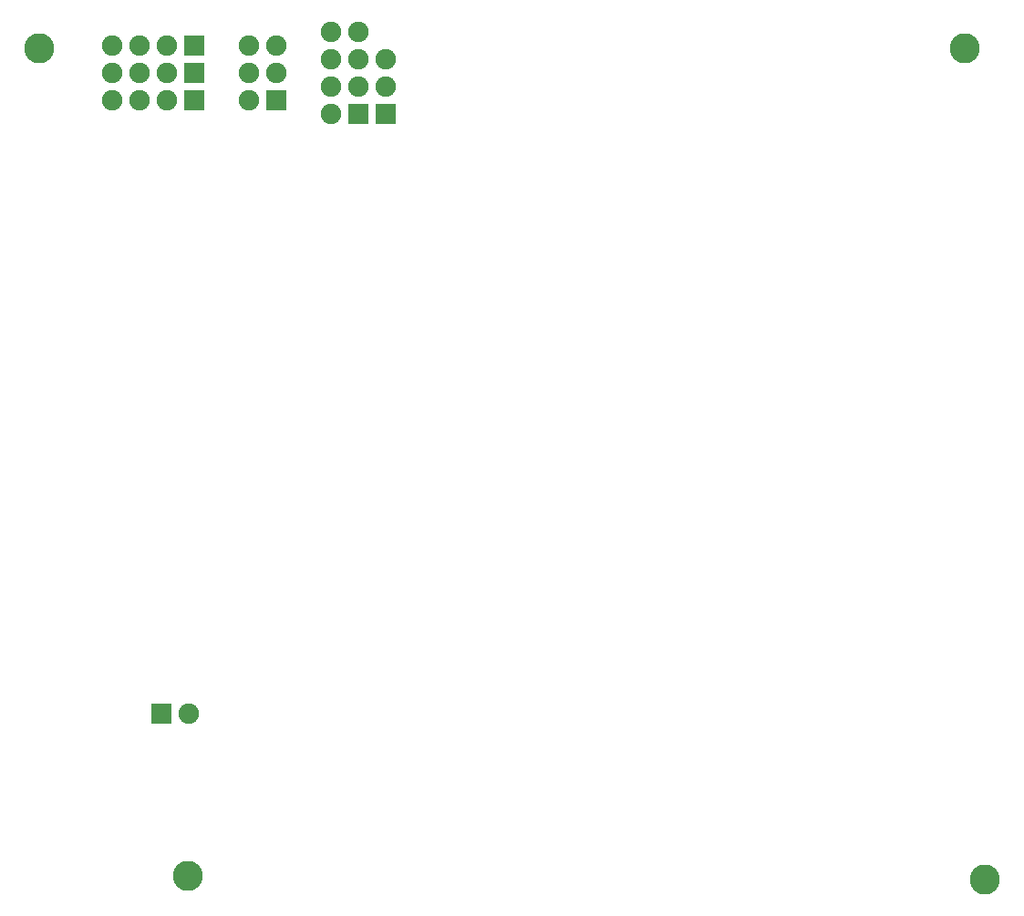
<source format=gbs>
G04 DipTrace 3.0.0.2*
G04 BottomMask.gbr*
%MOIN*%
G04 #@! TF.FileFunction,Soldermask,Bot*
G04 #@! TF.Part,Single*
%ADD91C,0.11*%
%ADD162C,0.074929*%
%ADD164R,0.074929X0.074929*%
%FSLAX26Y26*%
G04*
G70*
G90*
G75*
G01*
G04 BotMask*
%LPD*%
D164*
X1516000Y3490154D3*
D162*
X1416000D3*
X1516000Y3590154D3*
X1416000D3*
X1516000Y3690154D3*
X1416000D3*
D164*
X1816000Y3440154D3*
D162*
X1716000D3*
X1816000Y3540154D3*
X1716000D3*
X1816000Y3640154D3*
X1716000D3*
X1816000Y3740154D3*
X1716000D3*
D164*
X1216000Y3690154D3*
D162*
X1116000D3*
X1016000D3*
X916000D3*
D164*
X1216000Y3589154D3*
D162*
X1116000D3*
X1016000D3*
X916000D3*
D164*
X1216000Y3489154D3*
D162*
X1116000D3*
X1016000D3*
X916000D3*
D164*
X1916000Y3440154D3*
D162*
Y3540154D3*
Y3640154D3*
D164*
X1097251Y1245654D3*
D162*
X1197251D3*
D91*
X4032000Y3677154D3*
X650000D3*
X1194000Y652154D3*
X4106000Y640154D3*
M02*

</source>
